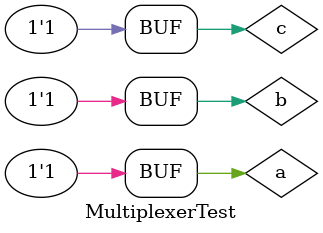
<source format=v>
module Multiplexer(
  input wire a,
  input wire b,
  input wire c,
  output wire out
);

  // Invert control input
  not(c_prime, c);

  // Compute products
  and(left, a, c_prime);
  and(right, b, c);

  // Compute sum
  or(out, left, right);

endmodule // Multiplexer



module MultiplexerTest;

  reg a;
  reg b;
  reg c;
  wire out;

  Multiplexer multiplexer(a, b, c, out);

  initial begin
    $monitor("a = %d, b = %d, c = %d, out = %d", a, b, c, out);
    a = 0; b = 0; c = 0;
    #20; a = 0; b = 0; c = 1;
    #20; a = 0; b = 1; c = 0;
    #20; a = 0; b = 1; c = 1;
    #20; a = 1; b = 0; c = 0;
    #20; a = 1; b = 0; c = 1;
    #20; a = 1; b = 1; c = 0;
    #20; a = 1; b = 1; c = 1;
  end

endmodule // MultiplexerTest
</source>
